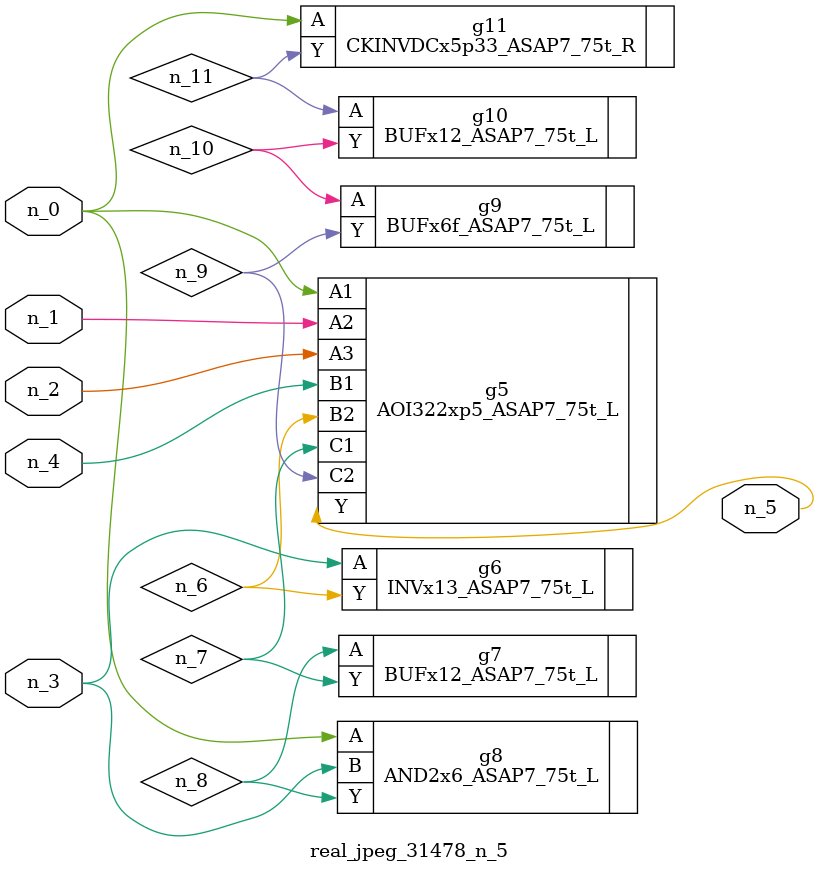
<source format=v>
module real_jpeg_31478_n_5 (n_4, n_0, n_1, n_2, n_3, n_5);

input n_4;
input n_0;
input n_1;
input n_2;
input n_3;

output n_5;

wire n_8;
wire n_11;
wire n_6;
wire n_7;
wire n_10;
wire n_9;

AOI322xp5_ASAP7_75t_L g5 ( 
.A1(n_0),
.A2(n_1),
.A3(n_2),
.B1(n_4),
.B2(n_6),
.C1(n_7),
.C2(n_9),
.Y(n_5)
);

AND2x6_ASAP7_75t_L g8 ( 
.A(n_0),
.B(n_3),
.Y(n_8)
);

CKINVDCx5p33_ASAP7_75t_R g11 ( 
.A(n_0),
.Y(n_11)
);

INVx13_ASAP7_75t_L g6 ( 
.A(n_3),
.Y(n_6)
);

BUFx12_ASAP7_75t_L g7 ( 
.A(n_8),
.Y(n_7)
);

BUFx6f_ASAP7_75t_L g9 ( 
.A(n_10),
.Y(n_9)
);

BUFx12_ASAP7_75t_L g10 ( 
.A(n_11),
.Y(n_10)
);


endmodule
</source>
